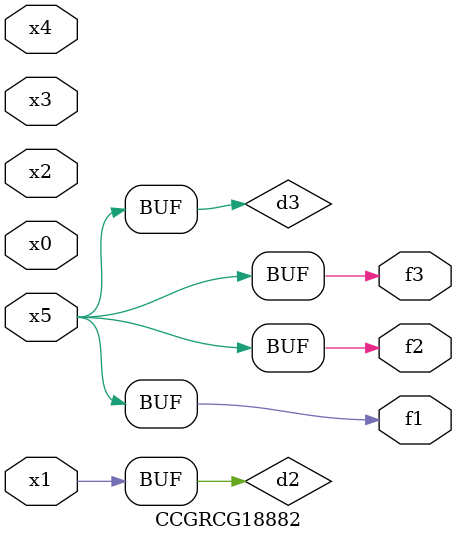
<source format=v>
module CCGRCG18882(
	input x0, x1, x2, x3, x4, x5,
	output f1, f2, f3
);

	wire d1, d2, d3;

	not (d1, x5);
	or (d2, x1);
	xnor (d3, d1);
	assign f1 = d3;
	assign f2 = d3;
	assign f3 = d3;
endmodule

</source>
